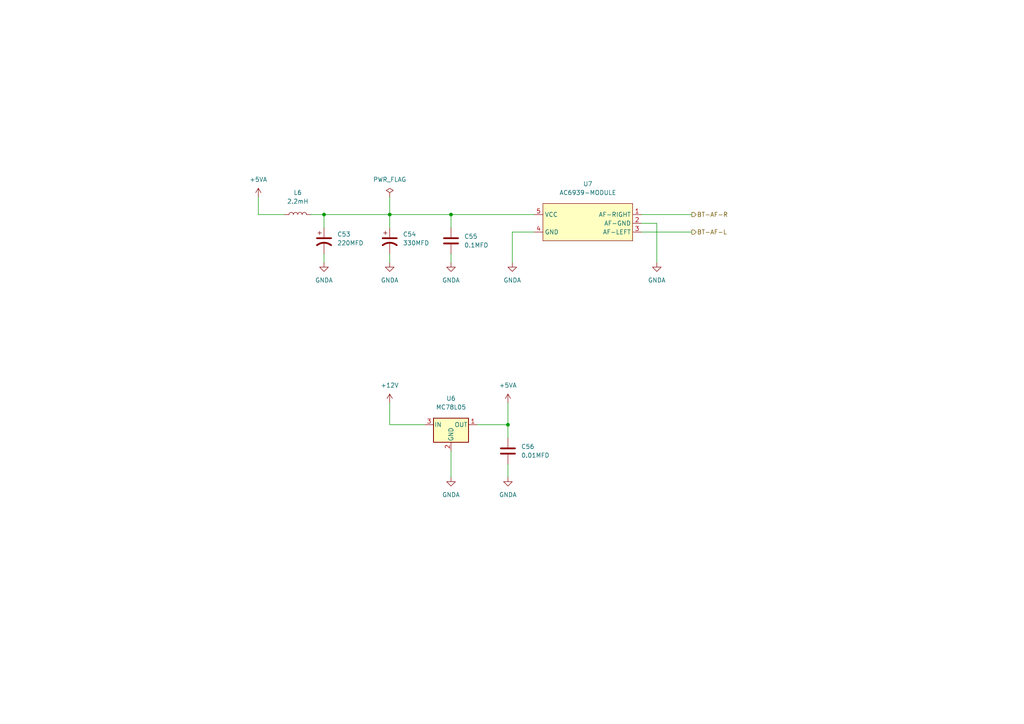
<source format=kicad_sch>
(kicad_sch (version 20211123) (generator eeschema)
  (paper "A4")
  (title_block (title "Arduino Mini Amplifier") (date "2022-07-30") (rev "1.0.0") (company "Dilshan R Jayakody") (comment 1 "jayakody2000lk@gmail.com") (comment 2 "https://github.com/dilshan/arduino-mini-amp"))
  (lib_symbols
    (symbol "Device:C" (pin_numbers hide) (pin_names (offset 0.254))
      (property "Reference" "C" (at 0.635 2.54 0))
      (property "Value" "C" (at 0.635 -2.54 0))
      (symbol "C_0_1"
        (polyline (pts (xy -2.032 -0.762) (xy 2.032 -0.762)) (stroke (width 0.508)))
        (polyline (pts (xy -2.032 0.762) (xy 2.032 0.762)) (stroke (width 0.508)))
      )
      (symbol "C_1_1"
        (pin passive line (at 0 3.81 270) (length 2.794) (name "~") (number "1"))
        (pin passive line (at 0 -3.81 90) (length 2.794) (name "~") (number "2"))
      )
    )
    (symbol "Device:C_Polarized_US" (pin_numbers hide) (pin_names (offset 0.254) hide)
      (property "Reference" "C" (at 0.635 2.54 0))
      (property "Value" "C_Polarized_US" (at 0.635 -2.54 0))
      (symbol "C_Polarized_US_0_1"
        (polyline (pts (xy -2.032 0.762) (xy 2.032 0.762)) (stroke (width 0.508)))
        (polyline (pts (xy -1.778 2.286) (xy -0.762 2.286)))
        (polyline (pts (xy -1.27 1.778) (xy -1.27 2.794)))
        (arc (start 2.032 -1.27) (mid 0 -0.5572) (end -2.032 -1.27) (stroke (width 0.508)))
      )
      (symbol "C_Polarized_US_1_1"
        (pin passive line (at 0 3.81 270) (length 2.794) (name "~") (number "1"))
        (pin passive line (at 0 -3.81 90) (length 3.302) (name "~") (number "2"))
      )
    )
    (symbol "Device:L" (pin_numbers hide) (pin_names (offset 1.016) hide)
      (property "Reference" "L" (at -1.27 0 90))
      (property "Value" "L" (at 1.905 0 90))
      (symbol "L_0_1"
        (arc (start 0 -2.54) (mid 0.635 -1.905) (end 0 -1.27))
        (arc (start 0 -1.27) (mid 0.635 -0.635) (end 0 0))
        (arc (start 0 0) (mid 0.635 0.635) (end 0 1.27))
        (arc (start 0 1.27) (mid 0.635 1.905) (end 0 2.54))
      )
      (symbol "L_1_1"
        (pin passive line (at 0 3.81 270) (length 1.27) (name "1") (number "1"))
        (pin passive line (at 0 -3.81 90) (length 1.27) (name "2") (number "2"))
      )
    )
    (symbol "Regulator_Linear:MC78L05_SOT89" (pin_names (offset 0.254))
      (property "Reference" "U" (at -3.81 3.175 0))
      (property "Value" "MC78L05_SOT89" (at -0.635 3.175 0))
      (symbol "MC78L05_SOT89_0_1"
        (rectangle (start -5.08 1.905) (end 5.08 -5.08) (stroke (width 0.254)) (fill (type background)))
      )
      (symbol "MC78L05_SOT89_1_1"
        (pin power_out line (at 7.62 0 180) (length 2.54) (name "OUT") (number "1"))
        (pin power_in line (at 0 -7.62 90) (length 2.54) (name "GND") (number "2"))
        (pin power_in line (at -7.62 0 0) (length 2.54) (name "IN") (number "3"))
      )
    )
    (symbol "pc-amplifier:AC6939-MODULE"
      (property "Reference" "U" (at -0.635 11.43 0))
      (property "Value" "AC6939-MODULE" (at 0 8.89 0))
      (symbol "AC6939-MODULE_0_1"
        (rectangle (start -13.97 6.985) (end 12.065 -3.81) (fill (type background)))
      )
      (symbol "AC6939-MODULE_1_1"
        (pin output line (at 14.605 3.81 180) (length 2.54) (name "AF-RIGHT") (number "1"))
        (pin input line (at 14.605 1.27 180) (length 2.54) (name "AF-GND") (number "2"))
        (pin output line (at 14.605 -1.27 180) (length 2.54) (name "AF-LEFT") (number "3"))
        (pin power_in line (at -16.51 -1.27 0) (length 2.54) (name "GND") (number "4"))
        (pin power_in line (at -16.51 3.81 0) (length 2.54) (name "VCC") (number "5"))
      )
    )
    (symbol "power:+12V" (power) (pin_names (offset 0))
      (property "Value" "+12V" (at 0 3.556 0))
      (symbol "+12V_0_1"
        (polyline (pts (xy -0.762 1.27) (xy 0 2.54)))
        (polyline (pts (xy 0 0) (xy 0 2.54)))
        (polyline (pts (xy 0 2.54) (xy 0.762 1.27)))
      )
      (symbol "+12V_1_1"
        (pin power_in line (at 0 0 90) (length 0) hide (name "+12V") (number "1"))
      )
    )
    (symbol "power:+5VA" (power) (pin_names (offset 0))
      (property "Value" "+5VA" (at 0 3.556 0))
      (symbol "+5VA_0_1"
        (polyline (pts (xy -0.762 1.27) (xy 0 2.54)))
        (polyline (pts (xy 0 0) (xy 0 2.54)))
        (polyline (pts (xy 0 2.54) (xy 0.762 1.27)))
      )
      (symbol "+5VA_1_1"
        (pin power_in line (at 0 0 90) (length 0) hide (name "+5VA") (number "1"))
      )
    )
    (symbol "power:GNDA" (power) (pin_names (offset 0))
      (property "Value" "GNDA" (at 0 -3.81 0))
      (symbol "GNDA_0_1"
        (polyline (pts (xy 0 0) (xy 0 -1.27) (xy 1.27 -1.27) (xy 0 -2.54) (xy -1.27 -1.27) (xy 0 -1.27)))
      )
      (symbol "GNDA_1_1"
        (pin power_in line (at 0 0 270) (length 0) hide (name "GNDA") (number "1"))
      )
    )
    (symbol "power:PWR_FLAG" (power) (pin_numbers hide) (pin_names (offset 0) hide)
      (property "Value" "PWR_FLAG" (at 0 3.81 0))
      (symbol "PWR_FLAG_0_0"
        (pin power_out line (at 0 0 90) (length 0) (name "pwr") (number "1"))
      )
      (symbol "PWR_FLAG_0_1"
        (polyline (pts (xy 0 0) (xy 0 1.27) (xy -1.016 1.905) (xy 0 2.54) (xy 1.016 1.905) (xy 0 1.27)))
      )
    )
  )
  (junction (at 147.32 123.19))
  (junction (at 130.81 62.23))
  (junction (at 113.03 62.23))
  (junction (at 93.98 62.23))
  (wire (pts (xy 147.32 116.84) (xy 147.32 123.19)))
  (wire (pts (xy 93.98 62.23) (xy 93.98 66.04)))
  (wire (pts (xy 130.81 130.81) (xy 130.81 138.43)))
  (wire (pts (xy 113.03 62.23) (xy 130.81 62.23)))
  (wire (pts (xy 147.32 123.19) (xy 147.32 127)))
  (wire (pts (xy 147.32 134.62) (xy 147.32 138.43)))
  (wire (pts (xy 190.5 64.77) (xy 190.5 76.2)))
  (wire (pts (xy 186.055 67.31) (xy 200.66 67.31)))
  (wire (pts (xy 154.94 67.31) (xy 148.59 67.31)))
  (wire (pts (xy 130.81 62.23) (xy 130.81 66.04)))
  (wire (pts (xy 123.19 123.19) (xy 113.03 123.19)))
  (wire (pts (xy 138.43 123.19) (xy 147.32 123.19)))
  (wire (pts (xy 130.81 73.66) (xy 130.81 76.2)))
  (wire (pts (xy 93.98 62.23) (xy 113.03 62.23)))
  (wire (pts (xy 82.55 62.23) (xy 74.93 62.23)))
  (wire (pts (xy 113.03 123.19) (xy 113.03 116.84)))
  (wire (pts (xy 130.81 62.23) (xy 154.94 62.23)))
  (wire (pts (xy 113.03 57.15) (xy 113.03 62.23)))
  (wire (pts (xy 90.17 62.23) (xy 93.98 62.23)))
  (wire (pts (xy 148.59 67.31) (xy 148.59 76.2)))
  (wire (pts (xy 74.93 62.23) (xy 74.93 57.15)))
  (wire (pts (xy 113.03 62.23) (xy 113.03 66.04)))
  (wire (pts (xy 93.98 73.66) (xy 93.98 76.2)))
  (wire (pts (xy 186.055 64.77) (xy 190.5 64.77)))
  (wire (pts (xy 113.03 73.66) (xy 113.03 76.2)))
  (wire (pts (xy 186.055 62.23) (xy 200.66 62.23)))
  (hierarchical_label "BT-AF-R" (shape output) (at 200.66 62.23 0))
  (hierarchical_label "BT-AF-L" (shape output) (at 200.66 67.31 0))
  (symbol (lib_id "power:+12V") (at 113.03 116.84 0) (unit 1)
    (property "Reference" "#PWR0215" (effects hide))
    (property "Value" "+12V" (at 113.03 111.76 0))
  )
  (symbol (lib_id "power:GNDA") (at 147.32 138.43 0) (unit 1)
    (property "Reference" "#PWR0213" (effects hide))
    (property "Value" "GNDA" (at 147.32 143.51 0))
  )
  (symbol (lib_id "Device:C_Polarized_US") (at 93.98 69.85 0) (unit 1)
    (property "Reference" "C53" (at 97.79 67.9449 0) (effects (justify left)))
    (property "Value" "220MFD" (at 97.79 70.4849 0) (effects (justify left)))
    (property "Footprint" "Capacitor_SMD:CP_Elec_6.3x5.7" (effects hide))
  )
  (symbol (lib_id "power:GNDA") (at 130.81 138.43 0) (unit 1)
    (property "Reference" "#PWR0214" (effects hide))
    (property "Value" "GNDA" (at 130.81 143.51 0))
  )
  (symbol (lib_id "Device:L") (at 86.36 62.23 90) (unit 1)
    (property "Reference" "L6" (at 86.36 55.88 90))
    (property "Value" "2.2mH" (at 86.36 58.42 90))
    (property "Footprint" "Inductor_THT:L_Radial_D9.5mm_P5.00mm_Fastron_07HVP" (effects hide))
  )
  (symbol (lib_id "power:GNDA") (at 113.03 76.2 0) (unit 1)
    (property "Reference" "#PWR0216" (effects hide))
    (property "Value" "GNDA" (at 113.03 81.28 0))
  )
  (symbol (lib_id "power:GNDA") (at 148.59 76.2 0) (unit 1)
    (property "Reference" "#PWR0217" (effects hide))
    (property "Value" "GNDA" (at 148.59 81.28 0))
  )
  (symbol (lib_id "Device:C_Polarized_US") (at 113.03 69.85 0) (unit 1)
    (property "Reference" "C54" (at 116.84 67.9449 0) (effects (justify left)))
    (property "Value" "330MFD" (at 116.84 70.4849 0) (effects (justify left)))
    (property "Footprint" "Capacitor_SMD:CP_Elec_6.3x5.8" (effects hide))
  )
  (symbol (lib_id "Device:C") (at 147.32 130.81 0) (unit 1)
    (property "Reference" "C56" (at 151.13 129.5399 0) (effects (justify left)))
    (property "Value" "0.01MFD" (at 151.13 132.0799 0) (effects (justify left)))
    (property "Footprint" "Capacitor_SMD:C_0805_2012Metric_Pad1.18x1.45mm_HandSolder" (effects hide))
  )
  (symbol (lib_id "power:GNDA") (at 130.81 76.2 0) (unit 1)
    (property "Reference" "#PWR0218" (effects hide))
    (property "Value" "GNDA" (at 130.81 81.28 0))
  )
  (symbol (lib_id "power:PWR_FLAG") (at 113.03 57.15 0) (unit 1)
    (property "Reference" "#FLG0102" (effects hide))
    (property "Value" "PWR_FLAG" (at 113.03 52.07 0))
  )
  (symbol (lib_id "power:+5VA") (at 147.32 116.84 0) (unit 1)
    (property "Reference" "#PWR0219" (effects hide))
    (property "Value" "+5VA" (at 147.32 111.76 0))
  )
  (symbol (lib_id "power:GNDA") (at 93.98 76.2 0) (unit 1)
    (property "Reference" "#PWR0222" (effects hide))
    (property "Value" "GNDA" (at 93.98 81.28 0))
  )
  (symbol (lib_id "pc-amplifier:AC6939-MODULE") (at 171.45 66.04 0) (unit 1)
    (property "Reference" "U7" (at 170.4975 53.34 0))
    (property "Value" "AC6939-MODULE" (at 170.4975 55.88 0))
    (property "Footprint" "pc-amplifier:bluetooth-audio-module" (effects hide))
  )
  (symbol (lib_id "Regulator_Linear:MC78L05_SOT89") (at 130.81 123.19 0) (unit 1)
    (property "Reference" "U6" (at 130.81 115.57 0))
    (property "Value" "MC78L05" (at 130.81 118.11 0))
    (property "Footprint" "Package_TO_SOT_SMD:SOT-89-3" (effects hide))
    (property "Datasheet" "https://www.onsemi.com/pub/Collateral/MC78L00A-D.PDF" (effects hide))
  )
  (symbol (lib_id "power:+5VA") (at 74.93 57.15 0) (unit 1)
    (property "Reference" "#PWR0221" (effects hide))
    (property "Value" "+5VA" (at 74.93 52.07 0))
  )
  (symbol (lib_id "Device:C") (at 130.81 69.85 0) (unit 1)
    (property "Reference" "C55" (at 134.62 68.5799 0) (effects (justify left)))
    (property "Value" "0.1MFD" (at 134.62 71.1199 0) (effects (justify left)))
    (property "Footprint" "Capacitor_SMD:C_0805_2012Metric_Pad1.18x1.45mm_HandSolder" (effects hide))
  )
  (symbol (lib_id "power:GNDA") (at 190.5 76.2 0) (unit 1)
    (property "Reference" "#PWR0220" (effects hide))
    (property "Value" "GNDA" (at 190.5 81.28 0))
  )
)
</source>
